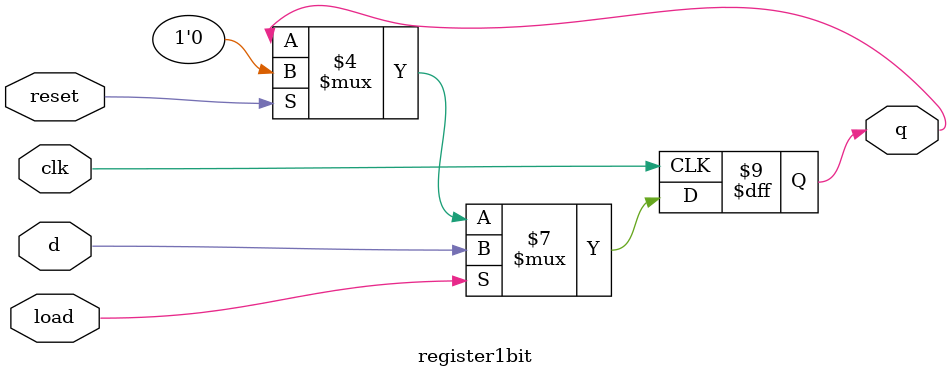
<source format=v>
module register1bit(
  input clk, load, reset,  // Clock, load toggle, and clear
  input d,
  output reg q
);

always @ (posedge clk)

begin

  // Parallel load only when toggled
  if(load == 1) begin
    q <= d;
  end  
  else if(reset == 1) begin
    q <= 1'b0;
  end
end



endmodule
</source>
